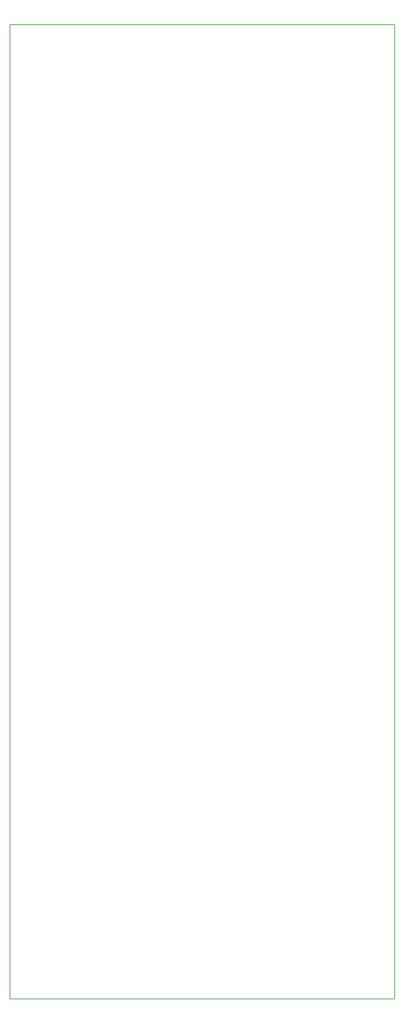
<source format=gbr>
%TF.GenerationSoftware,KiCad,Pcbnew,8.0.0*%
%TF.CreationDate,2024-04-17T18:49:56+02:00*%
%TF.ProjectId,4Channe_Mixer,34436861-6e6e-4655-9f4d-697865722e6b,rev?*%
%TF.SameCoordinates,Original*%
%TF.FileFunction,Profile,NP*%
%FSLAX46Y46*%
G04 Gerber Fmt 4.6, Leading zero omitted, Abs format (unit mm)*
G04 Created by KiCad (PCBNEW 8.0.0) date 2024-04-17 18:49:56*
%MOMM*%
%LPD*%
G01*
G04 APERTURE LIST*
%TA.AperFunction,Profile*%
%ADD10C,0.050000*%
%TD*%
G04 APERTURE END LIST*
D10*
X112800000Y-38000000D02*
X163600000Y-38000000D01*
X163600000Y-166500000D01*
X112800000Y-166500000D01*
X112800000Y-38000000D01*
M02*

</source>
